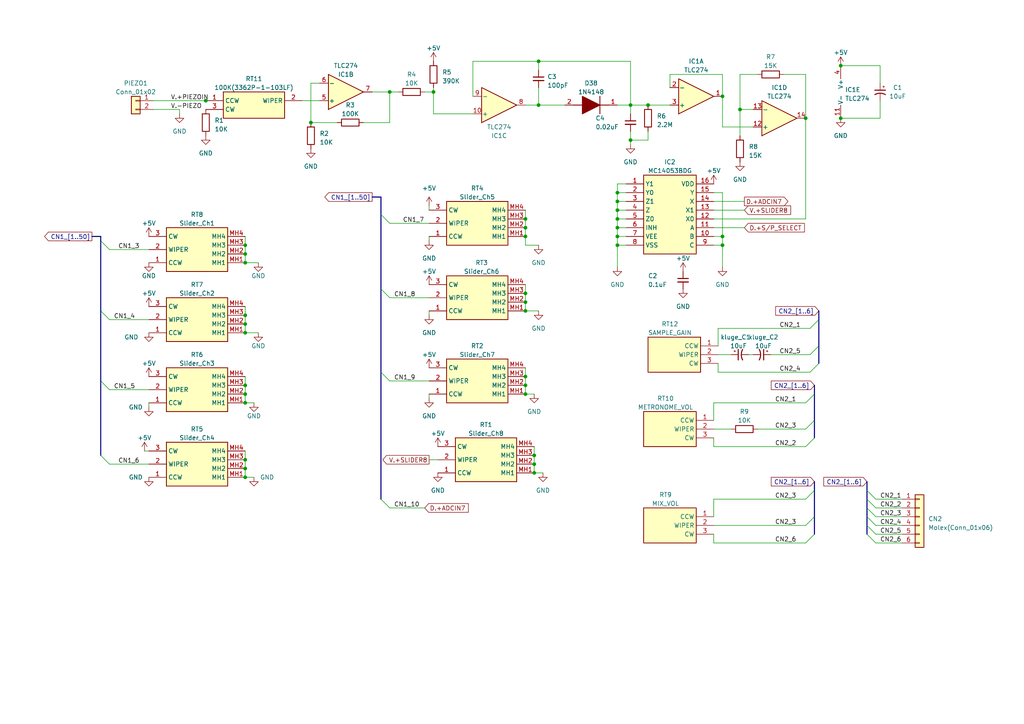
<source format=kicad_sch>
(kicad_sch (version 20230121) (generator eeschema)
  (paper "A4")
  (lib_symbols
    (symbol "Amplifier_Operational:TLC274" (pin_names (offset 0.127))
      (property "Reference" "U" (at 0 5.08 0))
      (property "Value" "TLC274" (at 0 -5.08 0))
      (symbol "TLC274_1_1"
        (polyline (pts (xy -5.08 5.08) (xy 5.08 0) (xy -5.08 -5.08) (xy -5.08 5.08)) (stroke (width 0.254)) (fill (type background)))
        (pin output line (at 7.62 0 180) (length 2.54) (name "~") (number "1"))
        (pin input line (at -7.62 -2.54 0) (length 2.54) (name "-") (number "2"))
        (pin input line (at -7.62 2.54 0) (length 2.54) (name "+") (number "3"))
      )
      (symbol "TLC274_2_1"
        (polyline (pts (xy -5.08 5.08) (xy 5.08 0) (xy -5.08 -5.08) (xy -5.08 5.08)) (stroke (width 0.254)) (fill (type background)))
        (pin input line (at -7.62 2.54 0) (length 2.54) (name "+") (number "5"))
        (pin input line (at -7.62 -2.54 0) (length 2.54) (name "-") (number "6"))
        (pin output line (at 7.62 0 180) (length 2.54) (name "~") (number "7"))
      )
      (symbol "TLC274_3_1"
        (polyline (pts (xy -5.08 5.08) (xy 5.08 0) (xy -5.08 -5.08) (xy -5.08 5.08)) (stroke (width 0.254)) (fill (type background)))
        (pin input line (at -7.62 2.54 0) (length 2.54) (name "+") (number "10"))
        (pin output line (at 7.62 0 180) (length 2.54) (name "~") (number "8"))
        (pin input line (at -7.62 -2.54 0) (length 2.54) (name "-") (number "9"))
      )
      (symbol "TLC274_4_1"
        (polyline (pts (xy -5.08 5.08) (xy 5.08 0) (xy -5.08 -5.08) (xy -5.08 5.08)) (stroke (width 0.254)) (fill (type background)))
        (pin input line (at -7.62 2.54 0) (length 2.54) (name "+") (number "12"))
        (pin input line (at -7.62 -2.54 0) (length 2.54) (name "-") (number "13"))
        (pin output line (at 7.62 0 180) (length 2.54) (name "~") (number "14"))
      )
      (symbol "TLC274_5_1"
        (pin power_in line (at -2.54 -7.62 90) (length 3.81) (name "V-") (number "11"))
        (pin power_in line (at -2.54 7.62 270) (length 3.81) (name "V+") (number "4"))
      )
    )
    (symbol "Connector_Generic:Conn_01x02" (pin_names (offset 1.016) hide)
      (property "Reference" "J" (at 0 2.54 0))
      (property "Value" "Conn_01x02" (at 0 -5.08 0))
      (symbol "Conn_01x02_1_1"
        (rectangle (start -1.27 -2.413) (end 0 -2.667) (stroke (width 0.1524)))
        (rectangle (start -1.27 0.127) (end 0 -0.127) (stroke (width 0.1524)))
        (rectangle (start -1.27 1.27) (end 1.27 -3.81) (stroke (width 0.254)) (fill (type background)))
        (pin passive line (at -5.08 0 0) (length 3.81) (name "Pin_1") (number "1"))
        (pin passive line (at -5.08 -2.54 0) (length 3.81) (name "Pin_2") (number "2"))
      )
    )
    (symbol "Connector_Generic:Conn_01x06" (pin_names (offset 1.016) hide)
      (property "Reference" "J" (at 0 7.62 0))
      (property "Value" "Conn_01x06" (at 0 -10.16 0))
      (symbol "Conn_01x06_1_1"
        (rectangle (start -1.27 -7.493) (end 0 -7.747) (stroke (width 0.1524)))
        (rectangle (start -1.27 -4.953) (end 0 -5.207) (stroke (width 0.1524)))
        (rectangle (start -1.27 -2.413) (end 0 -2.667) (stroke (width 0.1524)))
        (rectangle (start -1.27 0.127) (end 0 -0.127) (stroke (width 0.1524)))
        (rectangle (start -1.27 2.667) (end 0 2.413) (stroke (width 0.1524)))
        (rectangle (start -1.27 5.207) (end 0 4.953) (stroke (width 0.1524)))
        (rectangle (start -1.27 6.35) (end 1.27 -8.89) (stroke (width 0.254)) (fill (type background)))
        (pin passive line (at -5.08 5.08 0) (length 3.81) (name "Pin_1") (number "1"))
        (pin passive line (at -5.08 2.54 0) (length 3.81) (name "Pin_2") (number "2"))
        (pin passive line (at -5.08 0 0) (length 3.81) (name "Pin_3") (number "3"))
        (pin passive line (at -5.08 -2.54 0) (length 3.81) (name "Pin_4") (number "4"))
        (pin passive line (at -5.08 -5.08 0) (length 3.81) (name "Pin_5") (number "5"))
        (pin passive line (at -5.08 -7.62 0) (length 3.81) (name "Pin_6") (number "6"))
      )
    )
    (symbol "Device:C_Polarized_Small_US" (pin_numbers hide) (pin_names (offset 0.254) hide)
      (property "Reference" "C" (at 0.254 1.778 0))
      (property "Value" "C_Polarized_Small_US" (at 0.254 -2.032 0))
      (symbol "C_Polarized_Small_US_0_1"
        (polyline (pts (xy -1.524 0.508) (xy 1.524 0.508)) (stroke (width 0.3048)))
        (polyline (pts (xy -1.27 1.524) (xy -0.762 1.524)))
        (polyline (pts (xy -1.016 1.27) (xy -1.016 1.778)))
        (arc (start 1.524 -0.762) (mid 0 -0.3734) (end -1.524 -0.762) (stroke (width 0.3048)))
      )
      (symbol "C_Polarized_Small_US_1_1"
        (pin passive line (at 0 2.54 270) (length 2.032) (name "~") (number "1"))
        (pin passive line (at 0 -2.54 90) (length 2.032) (name "~") (number "2"))
      )
    )
    (symbol "Device:C_Small" (pin_numbers hide) (pin_names (offset 0.254) hide)
      (property "Reference" "C" (at 0.254 1.778 0))
      (property "Value" "C_Small" (at 0.254 -2.032 0))
      (symbol "C_Small_0_1"
        (polyline (pts (xy -1.524 -0.508) (xy 1.524 -0.508)) (stroke (width 0.3302)))
        (polyline (pts (xy -1.524 0.508) (xy 1.524 0.508)) (stroke (width 0.3048)))
      )
      (symbol "C_Small_1_1"
        (pin passive line (at 0 2.54 270) (length 2.032) (name "~") (number "1"))
        (pin passive line (at 0 -2.54 90) (length 2.032) (name "~") (number "2"))
      )
    )
    (symbol "Device:R" (pin_numbers hide) (pin_names (offset 0))
      (property "Reference" "R" (at 2.032 0 90))
      (property "Value" "R" (at 0 0 90))
      (symbol "R_0_1"
        (rectangle (start -1.016 -2.54) (end 1.016 2.54) (stroke (width 0.254)))
      )
      (symbol "R_1_1"
        (pin passive line (at 0 3.81 270) (length 1.27) (name "~") (number "1"))
        (pin passive line (at 0 -3.81 90) (length 1.27) (name "~") (number "2"))
      )
    )
    (symbol "SamacSys_Parts:1N4148" (pin_names hide)
      (property "Reference" "D" (at 11.43 5.08 0))
      (property "Value" "1N4148" (at 11.43 2.54 0))
      (symbol "1N4148_1_1"
        (polyline (pts (xy 2.54 0) (xy 5.08 0)) (stroke (width 0.254)))
        (polyline (pts (xy 5.08 2.54) (xy 5.08 -2.54)) (stroke (width 0.254)))
        (polyline (pts (xy 10.16 0) (xy 12.7 0)) (stroke (width 0.254)))
        (polyline (pts (xy 5.08 0) (xy 10.16 2.54) (xy 10.16 -2.54) (xy 5.08 0)) (stroke (width 0.254)) (fill (type outline)))
        (pin passive line (at 0 0 0) (length 2.54) (name "K") (number "1"))
        (pin passive line (at 15.24 0 180) (length 2.54) (name "A") (number "2"))
      )
    )
    (symbol "SamacSys_Parts:3362P-1-103LF"
      (property "Reference" "VR" (at 24.13 7.62 0))
      (property "Value" "3362P-1-103LF" (at 24.13 5.08 0))
      (symbol "3362P-1-103LF_1_1"
        (rectangle (start 5.08 2.54) (end 22.86 -5.08) (stroke (width 0.254)) (fill (type background)))
        (pin passive line (at 0 0 0) (length 5.08) (name "CCW") (number "1"))
        (pin passive line (at 27.94 0 180) (length 5.08) (name "WIPER") (number "2"))
        (pin passive line (at 0 -2.54 0) (length 5.08) (name "CW") (number "3"))
      )
    )
    (symbol "SamacSys_Parts:MC14053BDG"
      (property "Reference" "IC" (at 21.59 7.62 0))
      (property "Value" "MC14053BDG" (at 21.59 5.08 0))
      (symbol "MC14053BDG_1_1"
        (rectangle (start 5.08 2.54) (end 20.32 -20.32) (stroke (width 0.254)) (fill (type background)))
        (pin passive line (at 0 0 0) (length 5.08) (name "Y1") (number "1"))
        (pin passive line (at 25.4 -15.24 180) (length 5.08) (name "B") (number "10"))
        (pin passive line (at 25.4 -12.7 180) (length 5.08) (name "A") (number "11"))
        (pin passive line (at 25.4 -10.16 180) (length 5.08) (name "X0") (number "12"))
        (pin passive line (at 25.4 -7.62 180) (length 5.08) (name "X1") (number "13"))
        (pin passive line (at 25.4 -5.08 180) (length 5.08) (name "X") (number "14"))
        (pin passive line (at 25.4 -2.54 180) (length 5.08) (name "Y") (number "15"))
        (pin power_in line (at 25.4 0 180) (length 5.08) (name "VDD") (number "16"))
        (pin passive line (at 0 -2.54 0) (length 5.08) (name "Y0") (number "2"))
        (pin passive line (at 0 -5.08 0) (length 5.08) (name "Z1") (number "3"))
        (pin passive line (at 0 -7.62 0) (length 5.08) (name "Z") (number "4"))
        (pin passive line (at 0 -10.16 0) (length 5.08) (name "Z0") (number "5"))
        (pin input line (at 0 -12.7 0) (length 5.08) (name "INH") (number "6"))
        (pin passive line (at 0 -15.24 0) (length 5.08) (name "VEE") (number "7"))
        (pin power_in line (at 0 -17.78 0) (length 5.08) (name "VSS") (number "8"))
        (pin passive line (at 25.4 -17.78 180) (length 5.08) (name "C") (number "9"))
      )
    )
    (symbol "SamacSys_Parts:PTA2043-2015DPB103"
      (property "Reference" "VR" (at 3.81 15.24 0))
      (property "Value" "PTA2043-2015DPB103" (at 3.81 12.7 0))
      (symbol "PTA2043-2015DPB103_1_1"
        (rectangle (start 5.08 10.16) (end 22.86 -2.54) (stroke (width 0.254)) (fill (type background)))
        (pin passive line (at 0 7.62 0) (length 5.08) (name "CCW") (number "1"))
        (pin passive line (at 0 3.81 0) (length 5.08) (name "WIPER") (number "2"))
        (pin passive line (at 0 0 0) (length 5.08) (name "CW") (number "3"))
        (pin passive line (at 27.94 7.62 180) (length 5.08) (name "MH1") (number "MH1"))
        (pin passive line (at 27.94 5.08 180) (length 5.08) (name "MH2") (number "MH2"))
        (pin passive line (at 27.94 2.54 180) (length 5.08) (name "MH3") (number "MH3"))
        (pin passive line (at 27.94 0 180) (length 5.08) (name "MH4") (number "MH4"))
      )
    )
    (symbol "SamacSys_Parts:TSR-3386T-EY5-103TR"
      (property "Reference" "VR" (at 21.59 7.62 0))
      (property "Value" "TSR-3386T-EY5-103TR" (at 21.59 5.08 0))
      (symbol "TSR-3386T-EY5-103TR_1_1"
        (rectangle (start 5.08 2.54) (end 20.32 -7.62) (stroke (width 0.254)) (fill (type background)))
        (pin passive line (at 0 0 0) (length 5.08) (name "CCW") (number "1"))
        (pin passive line (at 0 -2.54 0) (length 5.08) (name "WIPER") (number "2"))
        (pin passive line (at 0 -5.08 0) (length 5.08) (name "CW") (number "3"))
      )
    )
    (symbol "power:+5V" (power) (pin_names (offset 0))
      (property "Value" "+5V" (at 0 3.556 0))
      (symbol "+5V_0_1"
        (polyline (pts (xy -0.762 1.27) (xy 0 2.54)))
        (polyline (pts (xy 0 0) (xy 0 2.54)))
        (polyline (pts (xy 0 2.54) (xy 0.762 1.27)))
      )
      (symbol "+5V_1_1"
        (pin power_in line (at 0 0 90) (length 0) hide (name "+5V") (number "1"))
      )
    )
    (symbol "power:GND" (power) (pin_names (offset 0))
      (property "Value" "GND" (at 0 -3.81 0))
      (symbol "GND_0_1"
        (polyline (pts (xy 0 0) (xy 0 -1.27) (xy 1.27 -1.27) (xy 0 -2.54) (xy -1.27 -1.27) (xy 0 -1.27)))
      )
      (symbol "GND_1_1"
        (pin power_in line (at 0 0 270) (length 0) hide (name "GND") (number "1"))
      )
    )
  )
  (junction (at 179.07 58.42))
  (junction (at 125.73 26.67))
  (junction (at 156.21 30.48))
  (junction (at 179.07 63.5))
  (junction (at 179.07 55.88))
  (junction (at 154.94 137.16))
  (junction (at 71.12 116.84))
  (junction (at 179.07 60.96))
  (junction (at 179.07 71.12))
  (junction (at 214.63 31.75))
  (junction (at 154.94 134.62))
  (junction (at 209.55 71.12))
  (junction (at 152.4 63.5))
  (junction (at 59.69 29.21))
  (junction (at 179.07 66.04))
  (junction (at 156.21 17.78))
  (junction (at 152.4 114.3))
  (junction (at 152.4 111.76))
  (junction (at 182.88 30.48))
  (junction (at 187.96 30.48))
  (junction (at 152.4 87.63))
  (junction (at 71.12 71.12))
  (junction (at 209.55 27.94))
  (junction (at 152.4 68.58))
  (junction (at 243.84 19.05))
  (junction (at 90.17 35.56))
  (junction (at 71.12 133.35))
  (junction (at 71.12 91.44))
  (junction (at 71.12 93.98))
  (junction (at 154.94 132.08))
  (junction (at 182.88 40.64))
  (junction (at 152.4 85.09))
  (junction (at 71.12 111.76))
  (junction (at 71.12 96.52))
  (junction (at 113.03 26.67))
  (junction (at 71.12 138.43))
  (junction (at 152.4 90.17))
  (junction (at 71.12 76.2))
  (junction (at 233.68 34.29))
  (junction (at 71.12 135.89))
  (junction (at 243.84 34.29))
  (junction (at 152.4 109.22))
  (junction (at 71.12 114.3))
  (junction (at 179.07 68.58))
  (junction (at 71.12 73.66))
  (junction (at 209.55 68.58))
  (junction (at 152.4 66.04))
  (bus_entry (at 31.75 72.39) (size -2.54 -2.54))
  (bus_entry (at 254 154.94) (size -2.54 -2.54))
  (bus_entry (at 254 157.48) (size -2.54 -2.54))
  (bus_entry (at 233.68 144.78) (size 2.54 -2.54))
  (bus_entry (at 31.75 113.03) (size -2.54 -2.54))
  (bus_entry (at 233.68 129.54) (size 2.54 -2.54))
  (bus_entry (at 234.95 95.25) (size 2.54 -2.54))
  (bus_entry (at 113.03 110.49) (size -2.54 -2.54))
  (bus_entry (at 113.03 86.36) (size -2.54 -2.54))
  (bus_entry (at 254 144.78) (size -2.54 -2.54))
  (bus_entry (at 31.75 92.71) (size -2.54 -2.54))
  (bus_entry (at 113.03 64.77) (size -2.54 -2.54))
  (bus_entry (at 234.95 107.95) (size 2.54 -2.54))
  (bus_entry (at 234.95 102.87) (size 2.54 -2.54))
  (bus_entry (at 254 152.4) (size -2.54 -2.54))
  (bus_entry (at 254 149.86) (size -2.54 -2.54))
  (bus_entry (at 233.68 152.4) (size 2.54 -2.54))
  (bus_entry (at 233.68 157.48) (size 2.54 -2.54))
  (bus_entry (at 233.68 124.46) (size 2.54 -2.54))
  (bus_entry (at 31.75 134.62) (size -2.54 -2.54))
  (bus_entry (at 233.68 116.84) (size 2.54 -2.54))
  (bus_entry (at 254 147.32) (size -2.54 -2.54))
  (bus_entry (at 113.03 147.32) (size -2.54 -2.54))
  (wire (pts (xy 207.01 157.48) (xy 233.68 157.48)))
  (wire (pts (xy 179.07 68.58) (xy 179.07 71.12)))
  (wire (pts (xy 179.07 58.42) (xy 181.61 58.42)))
  (wire (pts (xy 208.28 95.25) (xy 208.28 100.33)))
  (wire (pts (xy 233.68 34.29) (xy 233.68 63.5)))
  (wire (pts (xy 125.73 33.02) (xy 137.16 33.02)))
  (wire (pts (xy 31.75 113.03) (xy 43.18 113.03)))
  (wire (pts (xy 59.69 29.21) (xy 64.77 29.21)))
  (wire (pts (xy 214.63 21.59) (xy 214.63 31.75)))
  (wire (pts (xy 179.07 66.04) (xy 181.61 66.04)))
  (wire (pts (xy 90.17 24.13) (xy 90.17 35.56)))
  (wire (pts (xy 187.96 40.64) (xy 182.88 40.64)))
  (wire (pts (xy 113.03 110.49) (xy 124.46 110.49)))
  (wire (pts (xy 207.01 55.88) (xy 209.55 55.88)))
  (wire (pts (xy 207.01 154.94) (xy 207.01 157.48)))
  (wire (pts (xy 152.4 71.12) (xy 152.4 68.58)))
  (wire (pts (xy 207.01 144.78) (xy 233.68 144.78)))
  (wire (pts (xy 254 152.4) (xy 261.62 152.4)))
  (wire (pts (xy 115.57 26.67) (xy 113.03 26.67)))
  (wire (pts (xy 71.12 111.76) (xy 71.12 114.3)))
  (wire (pts (xy 105.41 35.56) (xy 113.03 35.56)))
  (wire (pts (xy 179.07 63.5) (xy 181.61 63.5)))
  (bus (pts (xy 110.49 83.82) (xy 110.49 107.95)))
  (wire (pts (xy 219.71 124.46) (xy 233.68 124.46)))
  (wire (pts (xy 152.4 109.22) (xy 152.4 106.68)))
  (bus (pts (xy 236.22 149.86) (xy 236.22 154.94)))
  (wire (pts (xy 215.9 58.42) (xy 207.01 58.42)))
  (wire (pts (xy 207.01 116.84) (xy 207.01 121.92)))
  (wire (pts (xy 90.17 35.56) (xy 97.79 35.56)))
  (wire (pts (xy 255.27 29.21) (xy 255.27 34.29)))
  (wire (pts (xy 208.28 95.25) (xy 234.95 95.25)))
  (bus (pts (xy 29.21 68.58) (xy 29.21 69.85)))
  (wire (pts (xy 219.71 21.59) (xy 214.63 21.59)))
  (wire (pts (xy 71.12 91.44) (xy 71.12 93.98)))
  (wire (pts (xy 182.88 30.48) (xy 187.96 30.48)))
  (bus (pts (xy 29.21 69.85) (xy 29.21 90.17)))
  (wire (pts (xy 71.12 76.2) (xy 74.93 76.2)))
  (bus (pts (xy 236.22 114.3) (xy 236.22 121.92)))
  (wire (pts (xy 207.01 116.84) (xy 233.68 116.84)))
  (wire (pts (xy 157.48 137.16) (xy 154.94 137.16)))
  (bus (pts (xy 251.46 142.24) (xy 251.46 144.78)))
  (bus (pts (xy 236.22 142.24) (xy 236.22 149.86)))
  (wire (pts (xy 209.55 68.58) (xy 209.55 71.12)))
  (wire (pts (xy 127 133.35) (xy 124.46 133.35)))
  (wire (pts (xy 209.55 21.59) (xy 194.31 21.59)))
  (wire (pts (xy 71.12 135.89) (xy 71.12 138.43)))
  (bus (pts (xy 26.67 68.58) (xy 29.21 68.58)))
  (wire (pts (xy 71.12 68.58) (xy 71.12 71.12)))
  (wire (pts (xy 156.21 90.17) (xy 152.4 90.17)))
  (wire (pts (xy 156.21 30.48) (xy 163.83 30.48)))
  (wire (pts (xy 43.18 72.39) (xy 31.75 72.39)))
  (wire (pts (xy 156.21 30.48) (xy 156.21 25.4)))
  (wire (pts (xy 209.55 55.88) (xy 209.55 68.58)))
  (wire (pts (xy 113.03 35.56) (xy 113.03 26.67)))
  (wire (pts (xy 71.12 73.66) (xy 71.12 76.2)))
  (wire (pts (xy 156.21 71.12) (xy 152.4 71.12)))
  (wire (pts (xy 187.96 38.1) (xy 187.96 40.64)))
  (wire (pts (xy 254 147.32) (xy 261.62 147.32)))
  (wire (pts (xy 208.28 105.41) (xy 208.28 107.95)))
  (wire (pts (xy 209.55 71.12) (xy 207.01 71.12)))
  (wire (pts (xy 179.07 71.12) (xy 181.61 71.12)))
  (wire (pts (xy 71.12 130.81) (xy 71.12 133.35)))
  (wire (pts (xy 124.46 68.58) (xy 124.46 69.85)))
  (wire (pts (xy 71.12 138.43) (xy 73.66 138.43)))
  (wire (pts (xy 154.94 132.08) (xy 154.94 129.54)))
  (wire (pts (xy 44.45 29.21) (xy 59.69 29.21)))
  (wire (pts (xy 179.07 30.48) (xy 182.88 30.48)))
  (wire (pts (xy 73.66 116.84) (xy 71.12 116.84)))
  (wire (pts (xy 152.4 63.5) (xy 152.4 60.96)))
  (wire (pts (xy 44.45 31.75) (xy 52.07 31.75)))
  (wire (pts (xy 233.68 21.59) (xy 227.33 21.59)))
  (bus (pts (xy 251.46 147.32) (xy 251.46 149.86)))
  (wire (pts (xy 152.4 68.58) (xy 152.4 66.04)))
  (wire (pts (xy 218.44 31.75) (xy 214.63 31.75)))
  (wire (pts (xy 31.75 92.71) (xy 43.18 92.71)))
  (wire (pts (xy 71.12 93.98) (xy 71.12 96.52)))
  (wire (pts (xy 181.61 68.58) (xy 179.07 68.58)))
  (bus (pts (xy 110.49 62.23) (xy 110.49 83.82)))
  (bus (pts (xy 236.22 139.7) (xy 236.22 142.24)))
  (wire (pts (xy 215.9 60.96) (xy 207.01 60.96)))
  (bus (pts (xy 29.21 90.17) (xy 29.21 110.49)))
  (wire (pts (xy 124.46 59.69) (xy 124.46 60.96)))
  (wire (pts (xy 137.16 17.78) (xy 156.21 17.78)))
  (wire (pts (xy 71.12 133.35) (xy 71.12 135.89)))
  (wire (pts (xy 207.01 152.4) (xy 233.68 152.4)))
  (wire (pts (xy 179.07 55.88) (xy 179.07 53.34)))
  (wire (pts (xy 123.19 26.67) (xy 125.73 26.67)))
  (wire (pts (xy 71.12 71.12) (xy 71.12 73.66)))
  (wire (pts (xy 152.4 111.76) (xy 152.4 109.22)))
  (wire (pts (xy 113.03 64.77) (xy 124.46 64.77)))
  (wire (pts (xy 179.07 66.04) (xy 179.07 63.5)))
  (wire (pts (xy 43.18 116.84) (xy 43.18 118.11)))
  (bus (pts (xy 236.22 111.76) (xy 236.22 114.3)))
  (wire (pts (xy 92.71 24.13) (xy 90.17 24.13)))
  (wire (pts (xy 207.01 129.54) (xy 233.68 129.54)))
  (wire (pts (xy 41.91 130.81) (xy 43.18 130.81)))
  (wire (pts (xy 208.28 102.87) (xy 212.09 102.87)))
  (wire (pts (xy 209.55 27.94) (xy 209.55 21.59)))
  (wire (pts (xy 71.12 109.22) (xy 71.12 111.76)))
  (wire (pts (xy 113.03 86.36) (xy 124.46 86.36)))
  (bus (pts (xy 110.49 107.95) (xy 110.49 144.78)))
  (wire (pts (xy 71.12 88.9) (xy 71.12 91.44)))
  (wire (pts (xy 113.03 26.67) (xy 107.95 26.67)))
  (wire (pts (xy 207.01 68.58) (xy 209.55 68.58)))
  (wire (pts (xy 209.55 36.83) (xy 209.55 27.94)))
  (bus (pts (xy 237.49 90.17) (xy 237.49 92.71)))
  (wire (pts (xy 254 157.48) (xy 261.62 157.48)))
  (wire (pts (xy 182.88 17.78) (xy 156.21 17.78)))
  (wire (pts (xy 214.63 31.75) (xy 214.63 39.37)))
  (wire (pts (xy 194.31 21.59) (xy 194.31 25.4)))
  (wire (pts (xy 233.68 34.29) (xy 233.68 21.59)))
  (wire (pts (xy 179.07 53.34) (xy 181.61 53.34)))
  (wire (pts (xy 152.4 114.3) (xy 152.4 111.76)))
  (wire (pts (xy 179.07 60.96) (xy 181.61 60.96)))
  (bus (pts (xy 251.46 152.4) (xy 251.46 154.94)))
  (wire (pts (xy 152.4 87.63) (xy 152.4 85.09)))
  (wire (pts (xy 207.01 124.46) (xy 212.09 124.46)))
  (wire (pts (xy 254 154.94) (xy 261.62 154.94)))
  (wire (pts (xy 182.88 30.48) (xy 182.88 33.02)))
  (wire (pts (xy 179.07 68.58) (xy 179.07 66.04)))
  (wire (pts (xy 208.28 107.95) (xy 234.95 107.95)))
  (bus (pts (xy 251.46 144.78) (xy 251.46 147.32)))
  (bus (pts (xy 236.22 121.92) (xy 236.22 127)))
  (wire (pts (xy 217.17 102.87) (xy 218.44 102.87)))
  (wire (pts (xy 255.27 19.05) (xy 243.84 19.05)))
  (wire (pts (xy 124.46 114.3) (xy 124.46 115.57)))
  (wire (pts (xy 52.07 33.02) (xy 52.07 31.75)))
  (wire (pts (xy 254 149.86) (xy 261.62 149.86)))
  (wire (pts (xy 182.88 38.1) (xy 182.88 40.64)))
  (wire (pts (xy 182.88 40.64) (xy 182.88 41.91)))
  (bus (pts (xy 251.46 139.7) (xy 251.46 142.24)))
  (wire (pts (xy 152.4 90.17) (xy 152.4 87.63)))
  (wire (pts (xy 223.52 102.87) (xy 234.95 102.87)))
  (wire (pts (xy 152.4 66.04) (xy 152.4 63.5)))
  (wire (pts (xy 179.07 63.5) (xy 179.07 60.96)))
  (wire (pts (xy 209.55 77.47) (xy 209.55 71.12)))
  (bus (pts (xy 237.49 92.71) (xy 237.49 100.33)))
  (wire (pts (xy 74.93 96.52) (xy 71.12 96.52)))
  (wire (pts (xy 179.07 55.88) (xy 181.61 55.88)))
  (wire (pts (xy 179.07 58.42) (xy 179.07 55.88)))
  (wire (pts (xy 71.12 114.3) (xy 71.12 116.84)))
  (wire (pts (xy 92.71 29.21) (xy 87.63 29.21)))
  (wire (pts (xy 154.94 134.62) (xy 154.94 132.08)))
  (wire (pts (xy 215.9 66.04) (xy 207.01 66.04)))
  (wire (pts (xy 179.07 60.96) (xy 179.07 58.42)))
  (wire (pts (xy 125.73 26.67) (xy 125.73 25.4)))
  (bus (pts (xy 251.46 149.86) (xy 251.46 152.4)))
  (wire (pts (xy 152.4 30.48) (xy 156.21 30.48)))
  (wire (pts (xy 255.27 34.29) (xy 243.84 34.29)))
  (wire (pts (xy 156.21 17.78) (xy 156.21 20.32)))
  (wire (pts (xy 154.94 137.16) (xy 154.94 134.62)))
  (wire (pts (xy 207.01 144.78) (xy 207.01 149.86)))
  (wire (pts (xy 233.68 63.5) (xy 207.01 63.5)))
  (wire (pts (xy 255.27 24.13) (xy 255.27 19.05)))
  (wire (pts (xy 125.73 26.67) (xy 125.73 33.02)))
  (wire (pts (xy 179.07 77.47) (xy 179.07 71.12)))
  (bus (pts (xy 29.21 110.49) (xy 29.21 132.08)))
  (wire (pts (xy 254 144.78) (xy 261.62 144.78)))
  (wire (pts (xy 187.96 30.48) (xy 194.31 30.48)))
  (bus (pts (xy 237.49 100.33) (xy 237.49 105.41)))
  (wire (pts (xy 152.4 85.09) (xy 152.4 82.55)))
  (wire (pts (xy 207.01 127) (xy 207.01 129.54)))
  (wire (pts (xy 43.18 134.62) (xy 31.75 134.62)))
  (wire (pts (xy 124.46 90.17) (xy 124.46 91.44)))
  (bus (pts (xy 110.49 57.15) (xy 110.49 62.23)))
  (wire (pts (xy 137.16 27.94) (xy 137.16 17.78)))
  (wire (pts (xy 154.94 114.3) (xy 152.4 114.3)))
  (wire (pts (xy 209.55 36.83) (xy 218.44 36.83)))
  (wire (pts (xy 182.88 17.78) (xy 182.88 30.48)))
  (wire (pts (xy 113.03 147.32) (xy 123.19 147.32)))
  (bus (pts (xy 107.95 57.15) (xy 110.49 57.15)))
  (label "CN2_2" (at 255.27 147.32 0))
  (label "CN1_7" (at 116.84 64.77 0))
  (label "CN2_1" (at 224.79 116.84 0))
  (label "CN2_2" (at 224.79 129.54 0))
  (label "CN1_5" (at 33.02 113.03 0))
  (label "CN1_9" (at 114.3 110.49 0))
  (label "CN2_5" (at 255.27 154.94 0))
  (label "V.-PIEZO" (at 49.53 31.75 0))
  (label "CN1_8" (at 114.3 86.36 0))
  (label "CN1_3" (at 34.29 72.39 0))
  (label "CN2_5" (at 226.06 102.87 0))
  (label "V.+PIEZOIN" (at 49.53 29.21 0))
  (label "CN1_10" (at 114.3 147.32 0))
  (label "CN2_4" (at 226.06 107.95 0))
  (label "CN1_6" (at 34.29 134.62 0))
  (label "CN2_1" (at 255.27 144.78 0))
  (label "CN1_4" (at 33.02 92.71 0))
  (label "CN2_4" (at 255.27 152.4 0))
  (label "CN2_3" (at 224.79 144.78 0))
  (label "CN2_6" (at 224.79 157.48 0))
  (label "CN2_1" (at 226.06 95.25 0))
  (label "CN2_3" (at 224.79 152.4 0))
  (label "CN2_3" (at 255.27 149.86 0))
  (label "CN2_3" (at 224.79 124.46 0))
  (label "CN2_6" (at 255.27 157.48 0))
  (global_label "CN2_[1..6]" (shape input) (at 251.46 139.7 180) (property "Intersheetrefs" "${INTERSHEET_REFS}" (effects hide)))
  (global_label "CN1_[1..50]" (shape output) (at 26.67 68.58 180) (property "Intersheetrefs" "${INTERSHEET_REFS}" (effects hide)))
  (global_label "V.+SLIDER8" (shape output) (at 124.46 133.35 180) (property "Intersheetrefs" "${INTERSHEET_REFS}" (effects hide)))
  (global_label "CN2_[1..6]" (shape input) (at 236.22 139.7 180) (property "Intersheetrefs" "${INTERSHEET_REFS}" (effects hide)))
  (global_label "D.+S{slash}P_SELECT" (shape input) (at 215.9 66.04 0) (property "Intersheetrefs" "${INTERSHEET_REFS}" (effects hide)))
  (global_label "CN1_[1..50]" (shape output) (at 107.95 57.15 180) (property "Intersheetrefs" "${INTERSHEET_REFS}" (effects hide)))
  (global_label "CN2_[1..6]" (shape input) (at 237.49 90.17 180) (property "Intersheetrefs" "${INTERSHEET_REFS}" (effects hide)))
  (global_label "V.+SLIDER8" (shape input) (at 215.9 60.96 0) (property "Intersheetrefs" "${INTERSHEET_REFS}" (effects hide)))
  (global_label "CN2_[1..6]" (shape input) (at 236.22 111.76 180) (property "Intersheetrefs" "${INTERSHEET_REFS}" (effects hide)))
  (global_label "D.+ADCIN7" (shape output) (at 215.9 58.42 0) (property "Intersheetrefs" "${INTERSHEET_REFS}" (effects hide)))
  (global_label "D.+ADCIN7" (shape input) (at 123.19 147.32 0) (property "Intersheetrefs" "${INTERSHEET_REFS}" (effects hide)))
  (symbol (lib_id "power:GND") (at 74.93 96.52 0) (unit 1)
    (property "Reference" "#PWR025" (effects hide))
    (property "Value" "GND" (at 74.93 100.33 0))
  )
  (symbol (lib_id "SamacSys_Parts:PTA2043-2015DPB103") (at 43.18 88.9 0) (mirror x) (unit 1)
    (property "Reference" "RT7" (at 57.15 82.55 0))
    (property "Value" "Slider_Ch2" (at 57.15 85.09 0))
    (property "Footprint" "SamacSys_Parts:PTA20432015DPB103" (effects hide))
    (property "Datasheet" "https://www.bourns.com/docs/Product-Datasheets/pta.pdf" (effects hide))
    (property "Height" "21.5" (effects hide))
    (property "Manufacturer_Name" "Bourns" (effects hide))
    (property "Manufacturer_Part_Number" "PTA2043-2015DPB103" (effects hide))
    (property "Mouser Part Number" "652-PTA2432015DPB103" (effects hide))
    (property "Mouser Price/Stock" "https://www.mouser.co.uk/ProductDetail/Bourns/PTA2043-2015DPB103?qs=QARuOjD9jaHVomDgNkHAng%3D%3D" (effects hide))
    (property "Arrow Part Number" "PTA2043-2015DPB103" (effects hide))
    (property "Arrow Price/Stock" "https://www.arrow.com/en/products/pta2043-2015dpb103/bourns?region=nac" (effects hide))
  )
  (symbol (lib_id "power:GND") (at 182.88 41.91 0) (unit 1)
    (property "Reference" "#PWR039" (effects hide))
    (property "Value" "GND" (at 182.88 46.99 0))
  )
  (symbol (lib_id "SamacSys_Parts:PTA2043-2015DPB103") (at 43.18 68.58 0) (mirror x) (unit 1)
    (property "Reference" "RT8" (at 57.15 62.23 0))
    (property "Value" "Slider_Ch1" (at 57.15 64.77 0))
    (property "Footprint" "SamacSys_Parts:PTA20432015DPB103" (effects hide))
    (property "Datasheet" "https://www.bourns.com/docs/Product-Datasheets/pta.pdf" (effects hide))
    (property "Height" "21.5" (effects hide))
    (property "Manufacturer_Name" "Bourns" (effects hide))
    (property "Manufacturer_Part_Number" "PTA2043-2015DPB103" (effects hide))
    (property "Mouser Part Number" "652-PTA2432015DPB103" (effects hide))
    (property "Mouser Price/Stock" "https://www.mouser.co.uk/ProductDetail/Bourns/PTA2043-2015DPB103?qs=QARuOjD9jaHVomDgNkHAng%3D%3D" (effects hide))
    (property "Arrow Part Number" "PTA2043-2015DPB103" (effects hide))
    (property "Arrow Price/Stock" "https://www.arrow.com/en/products/pta2043-2015dpb103/bourns?region=nac" (effects hide))
  )
  (symbol (lib_id "Device:R") (at 119.38 26.67 270) (unit 1)
    (property "Reference" "R4" (at 119.38 21.59 90))
    (property "Value" "10K" (at 119.38 24.13 90))
    (property "Footprint" "Resistor_THT:R_Axial_DIN0207_L6.3mm_D2.5mm_P5.08mm_Vertical" (effects hide))
  )
  (symbol (lib_id "power:+5V") (at 198.12 78.74 0) (unit 1)
    (property "Reference" "#PWR056" (effects hide))
    (property "Value" "+5V" (at 198.12 74.93 0))
  )
  (symbol (lib_id "SamacSys_Parts:TSR-3386T-EY5-103TR") (at 207.01 149.86 0) (mirror y) (unit 1)
    (property "Reference" "RT9" (at 193.04 143.51 0))
    (property "Value" "MIX_VOL" (at 193.04 146.05 0))
    (property "Footprint" "SamacSys_Parts:TSR3386TEY5103TR" (effects hide))
    (property "Datasheet" "https://akizukidenshi.com/download/ds/suntan/tsr-3386.pdf" (effects hide))
    (property "Height" "4.83" (effects hide))
    (property "Manufacturer_Name" "Suntan Technology" (effects hide))
    (property "Manufacturer_Part_Number" "TSR-3386T-EY5-103TR" (effects hide))
  )
  (symbol (lib_id "power:GND") (at 124.46 91.44 0) (unit 1)
    (property "Reference" "#PWR029" (effects hide))
    (property "Value" "GND" (at 124.46 96.52 0))
  )
  (symbol (lib_id "power:GND") (at 243.84 34.29 0) (unit 1)
    (property "Reference" "#PWR041" (effects hide))
    (property "Value" "GND" (at 243.84 39.37 0))
  )
  (symbol (lib_id "SamacSys_Parts:PTA2043-2015DPB103") (at 124.46 106.68 0) (mirror x) (unit 1)
    (property "Reference" "RT2" (at 138.43 100.33 0))
    (property "Value" "Slider_Ch7" (at 138.43 102.87 0))
    (property "Footprint" "SamacSys_Parts:PTA20432015DPB103" (effects hide))
    (property "Datasheet" "https://www.bourns.com/docs/Product-Datasheets/pta.pdf" (effects hide))
    (property "Height" "21.5" (effects hide))
    (property "Manufacturer_Name" "Bourns" (effects hide))
    (property "Manufacturer_Part_Number" "PTA2043-2015DPB103" (effects hide))
    (property "Mouser Part Number" "652-PTA2432015DPB103" (effects hide))
    (property "Mouser Price/Stock" "https://www.mouser.co.uk/ProductDetail/Bourns/PTA2043-2015DPB103?qs=QARuOjD9jaHVomDgNkHAng%3D%3D" (effects hide))
    (property "Arrow Part Number" "PTA2043-2015DPB103" (effects hide))
    (property "Arrow Price/Stock" "https://www.arrow.com/en/products/pta2043-2015dpb103/bourns?region=nac" (effects hide))
  )
  (symbol (lib_id "power:GND") (at 43.18 138.43 0) (unit 1)
    (property "Reference" "#PWR023" (effects hide))
    (property "Value" "GND" (at 39.37 138.43 0))
  )
  (symbol (lib_id "power:GND") (at 43.18 96.52 0) (unit 1)
    (property "Reference" "#PWR019" (effects hide))
    (property "Value" "GND" (at 38.1 97.79 0))
  )
  (symbol (lib_id "power:GND") (at 43.18 76.2 0) (unit 1)
    (property "Reference" "#PWR017" (effects hide))
    (property "Value" "GND" (at 43.18 80.01 0))
  )
  (symbol (lib_id "power:GND") (at 73.66 138.43 0) (unit 1)
    (property "Reference" "#PWR027" (effects hide))
    (property "Value" "GND" (at 77.47 138.43 0))
  )
  (symbol (lib_id "SamacSys_Parts:3362P-1-103LF") (at 59.69 29.21 0) (unit 1)
    (property "Reference" "RT11" (at 73.66 22.86 0))
    (property "Value" "100K(3362P-1-103LF)" (at 73.66 25.4 0))
    (property "Footprint" "SamacSys_Parts:3362P_1" (effects hide))
    (property "Datasheet" "https://datasheet.datasheetarchive.com/originals/distributors/SFDatasheet-6/sf-000139931.pdf" (effects hide))
    (property "Manufacturer_Name" "Bourns" (effects hide))
    (property "Manufacturer_Part_Number" "3362P-1-103LF" (effects hide))
    (property "Mouser Part Number" "652-3362P-1-103LF" (effects hide))
    (property "Mouser Price/Stock" "https://www.mouser.co.uk/ProductDetail/Bourns/3362P-1-103LF?qs=tS7CBNq%252BQ07BavGNEQud%252BA%3D%3D" (effects hide))
    (property "Arrow Part Number" "3362P-1-103LF" (effects hide))
    (property "Arrow Price/Stock" "https://www.arrow.com/en/products/3362p-1-103lf/bourns?region=europe" (effects hide))
  )
  (symbol (lib_id "Device:C_Polarized_Small_US") (at 214.63 102.87 90) (mirror x) (unit 1)
    (property "Reference" "kluge_C1" (at 213.36 97.79 90))
    (property "Value" "10uF" (at 214.1982 100.33 90))
    (property "Footprint" "Capacitor_THT:CP_Radial_D5.0mm_P2.50mm" (effects hide))
  )
  (symbol (lib_id "power:GND") (at 124.46 69.85 0) (unit 1)
    (property "Reference" "#PWR066" (effects hide))
    (property "Value" "GND" (at 124.46 74.93 0))
  )
  (symbol (lib_id "power:+5V") (at 41.91 130.81 0) (unit 1)
    (property "Reference" "#PWR021" (effects hide))
    (property "Value" "+5V" (at 41.91 127 0))
  )
  (symbol (lib_id "power:+5V") (at 124.46 59.69 0) (unit 1)
    (property "Reference" "#PWR058" (effects hide))
    (property "Value" "+5V" (at 124.46 54.61 0))
  )
  (symbol (lib_id "Device:C_Small") (at 182.88 35.56 0) (unit 1)
    (property "Reference" "C4" (at 172.72 34.29 0) (effects (justify left)))
    (property "Value" "0.02uF" (at 172.72 36.83 0) (effects (justify left)))
    (property "Footprint" "Capacitor_THT:C_Rect_L7.0mm_W3.5mm_P5.00mm" (effects hide))
  )
  (symbol (lib_id "power:+5V") (at 127 129.54 0) (unit 1)
    (property "Reference" "#PWR061" (effects hide))
    (property "Value" "+5V" (at 127 125.73 0))
  )
  (symbol (lib_id "Device:R") (at 125.73 21.59 180) (unit 1)
    (property "Reference" "R5" (at 128.27 20.955 0) (effects (justify right)))
    (property "Value" "390K" (at 128.27 23.495 0) (effects (justify right)))
    (property "Footprint" "Resistor_THT:R_Axial_DIN0207_L6.3mm_D2.5mm_P5.08mm_Vertical" (effects hide))
  )
  (symbol (lib_id "Device:C_Small") (at 198.12 81.28 0) (unit 1)
    (property "Reference" "C2" (at 187.96 80.01 0) (effects (justify left)))
    (property "Value" "0.1uF" (at 187.96 82.55 0) (effects (justify left)))
    (property "Footprint" "Capacitor_THT:C_Rect_L7.0mm_W2.0mm_P5.00mm" (effects hide))
  )
  (symbol (lib_id "Connector_Generic:Conn_01x02") (at 39.37 29.21 0) (mirror y) (unit 1)
    (property "Reference" "PIEZO1" (at 39.37 24.13 0))
    (property "Value" "Conn_01x02" (at 39.37 26.67 0))
    (property "Footprint" "Connector_PinHeader_2.54mm:PinHeader_1x02_P2.54mm_Vertical" (effects hide))
  )
  (symbol (lib_id "Amplifier_Operational:TLC274") (at 144.78 30.48 0) (mirror x) (unit 3)
    (property "Reference" "IC1" (at 144.78 39.37 0))
    (property "Value" "TLC274" (at 144.78 36.83 0))
    (property "Footprint" "Package_DIP:DIP-14_W7.62mm_LongPads" (effects hide))
    (property "Datasheet" "http://www.ti.com/lit/ds/symlink/tlc274.pdf" (effects hide))
  )
  (symbol (lib_id "power:+5V") (at 124.46 82.55 0) (unit 1)
    (property "Reference" "#PWR059" (effects hide))
    (property "Value" "+5V" (at 124.46 78.74 0))
  )
  (symbol (lib_id "power:GND") (at 209.55 77.47 0) (unit 1)
    (property "Reference" "#PWR045" (effects hide))
    (property "Value" "GND" (at 209.55 82.55 0))
  )
  (symbol (lib_id "power:GND") (at 156.21 71.12 0) (unit 1)
    (property "Reference" "#PWR028" (effects hide))
    (property "Value" "GND" (at 156.21 76.2 0))
  )
  (symbol (lib_id "power:+5V") (at 43.18 109.22 0) (unit 1)
    (property "Reference" "#PWR020" (effects hide))
    (property "Value" "+5V" (at 43.18 105.41 0))
  )
  (symbol (lib_id "SamacSys_Parts:PTA2043-2015DPB103") (at 43.18 130.81 0) (mirror x) (unit 1)
    (property "Reference" "RT5" (at 57.15 124.46 0))
    (property "Value" "Slider_Ch4" (at 57.15 127 0))
    (property "Footprint" "SamacSys_Parts:PTA20432015DPB103" (effects hide))
    (property "Datasheet" "https://www.bourns.com/docs/Product-Datasheets/pta.pdf" (effects hide))
    (property "Height" "21.5" (effects hide))
    (property "Manufacturer_Name" "Bourns" (effects hide))
    (property "Manufacturer_Part_Number" "PTA2043-2015DPB103" (effects hide))
    (property "Mouser Part Number" "652-PTA2432015DPB103" (effects hide))
    (property "Mouser Price/Stock" "https://www.mouser.co.uk/ProductDetail/Bourns/PTA2043-2015DPB103?qs=QARuOjD9jaHVomDgNkHAng%3D%3D" (effects hide))
    (property "Arrow Part Number" "PTA2043-2015DPB103" (effects hide))
    (property "Arrow Price/Stock" "https://www.arrow.com/en/products/pta2043-2015dpb103/bourns?region=nac" (effects hide))
  )
  (symbol (lib_id "power:GND") (at 154.94 114.3 0) (unit 1)
    (property "Reference" "#PWR031" (effects hide))
    (property "Value" "GND" (at 154.94 119.38 0))
  )
  (symbol (lib_id "power:+5V") (at 124.46 106.68 0) (unit 1)
    (property "Reference" "#PWR060" (effects hide))
    (property "Value" "+5V" (at 124.46 102.87 0))
  )
  (symbol (lib_id "Device:C_Polarized_Small_US") (at 220.98 102.87 270) (unit 1)
    (property "Reference" "kluge_C2" (at 221.4118 97.79 90))
    (property "Value" "10uF" (at 221.4118 100.33 90))
    (property "Footprint" "Capacitor_THT:CP_Radial_D5.0mm_P2.50mm" (effects hide))
  )
  (symbol (lib_id "power:GND") (at 124.46 115.57 0) (unit 1)
    (property "Reference" "#PWR068" (effects hide))
    (property "Value" "GND" (at 124.46 120.65 0))
  )
  (symbol (lib_id "Device:C_Polarized_Small_US") (at 255.27 26.67 0) (mirror y) (unit 1)
    (property "Reference" "C1" (at 260.35 25.4 0))
    (property "Value" "10uF" (at 260.35 27.94 0))
    (property "Footprint" "Capacitor_THT:CP_Radial_D5.0mm_P2.50mm" (effects hide))
  )
  (symbol (lib_id "power:GND") (at 157.48 137.16 0) (unit 1)
    (property "Reference" "#PWR055" (effects hide))
    (property "Value" "GND" (at 157.48 142.24 0))
  )
  (symbol (lib_id "power:+5V") (at 43.18 68.58 0) (unit 1)
    (property "Reference" "#PWR016" (effects hide))
    (property "Value" "+5V" (at 43.18 64.77 0))
  )
  (symbol (lib_id "Connector_Generic:Conn_01x06") (at 266.7 149.86 0) (unit 1)
    (property "Reference" "CN2" (at 269.24 150.495 0) (effects (justify left)))
    (property "Value" "Molex(Conn_01x06)" (at 269.24 153.035 0) (effects (justify left)))
    (property "Footprint" "Connector_PinHeader_2.54mm:PinHeader_1x06_P2.54mm_Vertical" (effects hide))
  )
  (symbol (lib_id "Device:R") (at 187.96 34.29 180) (unit 1)
    (property "Reference" "R6" (at 190.5 33.655 0) (effects (justify right)))
    (property "Value" "2.2M" (at 190.5 36.195 0) (effects (justify right)))
    (property "Footprint" "Resistor_THT:R_Axial_DIN0207_L6.3mm_D2.5mm_P5.08mm_Vertical" (effects hide))
  )
  (symbol (lib_id "power:GND") (at 59.69 39.37 0) (unit 1)
    (property "Reference" "#PWR036" (effects hide))
    (property "Value" "GND" (at 59.69 44.45 0))
  )
  (symbol (lib_id "SamacSys_Parts:PTA2043-2015DPB103") (at 43.18 109.22 0) (mirror x) (unit 1)
    (property "Reference" "RT6" (at 57.15 102.87 0))
    (property "Value" "Slider_Ch3" (at 57.15 105.41 0))
    (property "Footprint" "SamacSys_Parts:PTA20432015DPB103" (effects hide))
    (property "Datasheet" "https://www.bourns.com/docs/Product-Datasheets/pta.pdf" (effects hide))
    (property "Height" "21.5" (effects hide))
    (property "Manufacturer_Name" "Bourns" (effects hide))
    (property "Manufacturer_Part_Number" "PTA2043-2015DPB103" (effects hide))
    (property "Mouser Part Number" "652-PTA2432015DPB103" (effects hide))
    (property "Mouser Price/Stock" "https://www.mouser.co.uk/ProductDetail/Bourns/PTA2043-2015DPB103?qs=QARuOjD9jaHVomDgNkHAng%3D%3D" (effects hide))
    (property "Arrow Part Number" "PTA2043-2015DPB103" (effects hide))
    (property "Arrow Price/Stock" "https://www.arrow.com/en/products/pta2043-2015dpb103/bourns?region=nac" (effects hide))
  )
  (symbol (lib_id "SamacSys_Parts:TSR-3386T-EY5-103TR") (at 207.01 121.92 0) (mirror y) (unit 1)
    (property "Reference" "RT10" (at 193.04 115.57 0))
    (property "Value" "METRONOME_VOL" (at 193.04 118.11 0))
    (property "Footprint" "SamacSys_Parts:TSR3386TEY5103TR" (effects hide))
    (property "Datasheet" "https://akizukidenshi.com/download/ds/suntan/tsr-3386.pdf" (effects hide))
    (property "Height" "4.83" (effects hide))
    (property "Manufacturer_Name" "Suntan Technology" (effects hide))
    (property "Manufacturer_Part_Number" "TSR-3386T-EY5-103TR" (effects hide))
  )
  (symbol (lib_id "power:+5V") (at 125.73 17.78 0) (unit 1)
    (property "Reference" "#PWR038" (effects hide))
    (property "Value" "+5V" (at 125.73 13.97 0))
  )
  (symbol (lib_id "SamacSys_Parts:PTA2043-2015DPB103") (at 127 129.54 0) (mirror x) (unit 1)
    (property "Reference" "RT1" (at 140.97 123.19 0))
    (property "Value" "Slider_Ch8" (at 140.97 125.73 0))
    (property "Footprint" "SamacSys_Parts:PTA20432015DPB103" (effects hide))
    (property "Datasheet" "https://www.bourns.com/docs/Product-Datasheets/pta.pdf" (effects hide))
    (property "Height" "21.5" (effects hide))
    (property "Manufacturer_Name" "Bourns" (effects hide))
    (property "Manufacturer_Part_Number" "PTA2043-2015DPB103" (effects hide))
    (property "Mouser Part Number" "652-PTA2432015DPB103" (effects hide))
    (property "Mouser Price/Stock" "https://www.mouser.co.uk/ProductDetail/Bourns/PTA2043-2015DPB103?qs=QARuOjD9jaHVomDgNkHAng%3D%3D" (effects hide))
    (property "Arrow Part Number" "PTA2043-2015DPB103" (effects hide))
    (property "Arrow Price/Stock" "https://www.arrow.com/en/products/pta2043-2015dpb103/bourns?region=nac" (effects hide))
  )
  (symbol (lib_id "Amplifier_Operational:TLC274") (at 246.38 26.67 0) (unit 5)
    (property "Reference" "IC1" (at 245.11 26.035 0) (effects (justify left)))
    (property "Value" "TLC274" (at 245.11 28.575 0) (effects (justify left)))
    (property "Footprint" "Package_DIP:DIP-14_W7.62mm_LongPads" (effects hide))
    (property "Datasheet" "http://www.ti.com/lit/ds/symlink/tlc274.pdf" (effects hide))
  )
  (symbol (lib_id "Device:R") (at 90.17 39.37 180) (unit 1)
    (property "Reference" "R2" (at 92.71 38.735 0) (effects (justify right)))
    (property "Value" "10K" (at 92.71 41.275 0) (effects (justify right)))
    (property "Footprint" "Resistor_THT:R_Axial_DIN0207_L6.3mm_D2.5mm_P5.08mm_Vertical" (effects hide))
  )
  (symbol (lib_id "power:GND") (at 52.07 33.02 0) (unit 1)
    (property "Reference" "#PWR035" (effects hide))
    (property "Value" "GND" (at 52.07 38.1 0))
  )
  (symbol (lib_id "Device:R") (at 214.63 43.18 180) (unit 1)
    (property "Reference" "R8" (at 217.17 42.545 0) (effects (justify right)))
    (property "Value" "15K" (at 217.17 45.085 0) (effects (justify right)))
    (property "Footprint" "Resistor_THT:R_Axial_DIN0207_L6.3mm_D2.5mm_P5.08mm_Vertical" (effects hide))
  )
  (symbol (lib_id "SamacSys_Parts:TSR-3386T-EY5-103TR") (at 208.28 100.33 0) (mirror y) (unit 1)
    (property "Reference" "RT12" (at 194.31 93.98 0))
    (property "Value" "SAMPLE_GAIN" (at 194.31 96.52 0))
    (property "Footprint" "SamacSys_Parts:TSR3386TEY5103TR" (effects hide))
    (property "Datasheet" "https://akizukidenshi.com/download/ds/suntan/tsr-3386.pdf" (effects hide))
    (property "Height" "4.83" (effects hide))
    (property "Manufacturer_Name" "Suntan Technology" (effects hide))
    (property "Manufacturer_Part_Number" "TSR-3386T-EY5-103TR" (effects hide))
  )
  (symbol (lib_id "power:GND") (at 214.63 46.99 0) (unit 1)
    (property "Reference" "#PWR042" (effects hide))
    (property "Value" "GND" (at 214.63 52.07 0))
  )
  (symbol (lib_id "Amplifier_Operational:TLC274") (at 100.33 26.67 0) (mirror x) (unit 2)
    (property "Reference" "IC1" (at 100.33 21.59 0))
    (property "Value" "TLC274" (at 100.33 19.05 0))
    (property "Footprint" "Package_DIP:DIP-14_W7.62mm_LongPads" (effects hide))
    (property "Datasheet" "http://www.ti.com/lit/ds/symlink/tlc274.pdf" (effects hide))
  )
  (symbol (lib_id "Device:R") (at 223.52 21.59 270) (unit 1)
    (property "Reference" "R7" (at 223.52 16.51 90))
    (property "Value" "15K" (at 223.52 19.05 90))
    (property "Footprint" "Resistor_THT:R_Axial_DIN0207_L6.3mm_D2.5mm_P5.08mm_Vertical" (effects hide))
  )
  (symbol (lib_id "power:GND") (at 73.66 116.84 0) (unit 1)
    (property "Reference" "#PWR026" (effects hide))
    (property "Value" "GND" (at 73.66 120.65 0))
  )
  (symbol (lib_id "power:GND") (at 179.07 77.47 0) (unit 1)
    (property "Reference" "#PWR044" (effects hide))
    (property "Value" "GND" (at 179.07 82.55 0))
  )
  (symbol (lib_id "SamacSys_Parts:MC14053BDG") (at 181.61 53.34 0) (unit 1)
    (property "Reference" "IC2" (at 194.31 46.99 0))
    (property "Value" "MC14053BDG" (at 194.31 49.53 0))
    (property "Footprint" "Package_DIP:DIP-16_W7.62mm_LongPads" (effects hide))
    (property "Datasheet" "http://www.onsemi.com/pub/Collateral/MC14051B-D.PDF" (effects hide))
    (property "Height" "1.75" (effects hide))
    (property "Manufacturer_Name" "onsemi" (effects hide))
    (property "Manufacturer_Part_Number" "MC14053BDG" (effects hide))
    (property "Mouser Part Number" "863-MC14053BDG" (effects hide))
    (property "Mouser Price/Stock" "https://www.mouser.co.uk/ProductDetail/ON-Semiconductor/MC14053BDG?qs=g2rIOKKlpobK7Wa1TqI4Yg%3D%3D" (effects hide))
    (property "Arrow Part Number" "MC14053BDG" (effects hide))
    (property "Arrow Price/Stock" "https://www.arrow.com/en/products/mc14053bdg/on-semiconductor" (effects hide))
  )
  (symbol (lib_id "Device:R") (at 215.9 124.46 270) (unit 1)
    (property "Reference" "R9" (at 215.9 119.38 90))
    (property "Value" "10K" (at 215.9 121.92 90))
    (property "Footprint" "Resistor_THT:R_Axial_DIN0207_L6.3mm_D2.5mm_P5.08mm_Vertical" (effects hide))
  )
  (symbol (lib_id "Device:C_Small") (at 156.21 22.86 0) (unit 1)
    (property "Reference" "C3" (at 158.75 22.2313 0) (effects (justify left)))
    (property "Value" "100pF" (at 158.75 24.7713 0) (effects (justify left)))
    (property "Footprint" "Capacitor_THT:C_Disc_D3.0mm_W2.0mm_P2.50mm" (effects hide))
  )
  (symbol (lib_id "SamacSys_Parts:1N4148") (at 179.07 30.48 0) (mirror y) (unit 1)
    (property "Reference" "D38" (at 171.45 24.13 0))
    (property "Value" "1N4148" (at 171.45 26.67 0))
    (property "Footprint" "SamacSys_Parts:DIOAD1068W53L380D172" (effects hide))
    (property "Manufacturer_Name" "onsemi" (effects hide))
    (property "Manufacturer_Part_Number" "1N4148" (effects hide))
    (property "Mouser Part Number" "512-1N4148" (effects hide))
    (property "Mouser Price/Stock" "https://www.mouser.co.uk/ProductDetail/onsemi-Fairchild/1N4148?qs=i4Fj9T%2FoRm8RMUhj5DeFQg%3D%3D" (effects hide))
    (property "Arrow Part Number" "1N4148" (effects hide))
    (property "Arrow Price/Stock" "https://www.arrow.com/en/products/1n4148/on-semiconductor?region=europe" (effects hide))
    (instances (project "emu_sp12_panel" (path "" (reference "D38") (unit 1)) (path "" (reference "D37") (unit 1))))
  )
  (symbol (lib_id "SamacSys_Parts:PTA2043-2015DPB103") (at 124.46 60.96 0) (mirror x) (unit 1)
    (property "Reference" "RT4" (at 138.43 54.61 0))
    (property "Value" "Slider_Ch5" (at 138.43 57.15 0))
    (property "Footprint" "SamacSys_Parts:PTA20432015DPB103" (effects hide))
    (property "Datasheet" "https://www.bourns.com/docs/Product-Datasheets/pta.pdf" (effects hide))
    (property "Height" "21.5" (effects hide))
    (property "Manufacturer_Name" "Bourns" (effects hide))
    (property "Manufacturer_Part_Number" "PTA2043-2015DPB103" (effects hide))
    (property "Mouser Part Number" "652-PTA2432015DPB103" (effects hide))
    (property "Mouser Price/Stock" "https://www.mouser.co.uk/ProductDetail/Bourns/PTA2043-2015DPB103?qs=QARuOjD9jaHVomDgNkHAng%3D%3D" (effects hide))
    (property "Arrow Part Number" "PTA2043-2015DPB103" (effects hide))
    (property "Arrow Price/Stock" "https://www.arrow.com/en/products/pta2043-2015dpb103/bourns?region=nac" (effects hide))
  )
  (symbol (lib_id "power:+5V") (at 243.84 19.05 0) (unit 1)
    (property "Reference" "#PWR040" (effects hide))
    (property "Value" "+5V" (at 243.84 15.24 0))
  )
  (symbol (lib_id "Amplifier_Operational:TLC274") (at 226.06 34.29 0) (mirror x) (unit 4)
    (property "Reference" "IC1" (at 226.06 25.4 0))
    (property "Value" "TLC274" (at 226.06 27.94 0))
    (property "Footprint" "Package_DIP:DIP-14_W7.62mm_LongPads" (effects hide))
    (property "Datasheet" "http://www.ti.com/lit/ds/symlink/tlc274.pdf" (effects hide))
  )
  (symbol (lib_id "power:GND") (at 90.17 43.18 0) (unit 1)
    (property "Reference" "#PWR037" (effects hide))
    (property "Value" "GND" (at 90.17 48.26 0))
  )
  (symbol (lib_id "power:GND") (at 127 137.16 0) (unit 1)
    (property "Reference" "#PWR054" (effects hide))
    (property "Value" "GND" (at 127 142.24 0))
  )
  (symbol (lib_id "power:+5V") (at 43.18 88.9 0) (unit 1)
    (property "Reference" "#PWR018" (effects hide))
    (property "Value" "+5V" (at 43.18 85.09 0))
  )
  (symbol (lib_id "power:GND") (at 156.21 90.17 0) (unit 1)
    (property "Reference" "#PWR030" (effects hide))
    (property "Value" "GND" (at 156.21 95.25 0))
  )
  (symbol (lib_id "power:GND") (at 74.93 76.2 0) (unit 1)
    (property "Reference" "#PWR024" (effects hide))
    (property "Value" "GND" (at 74.93 80.01 0))
  )
  (symbol (lib_id "power:GND") (at 198.12 83.82 0) (unit 1)
    (property "Reference" "#PWR057" (effects hide))
    (property "Value" "GND" (at 198.12 88.9 0))
  )
  (symbol (lib_id "power:+5V") (at 207.01 53.34 0) (unit 1)
    (property "Reference" "#PWR043" (effects hide))
    (property "Value" "+5V" (at 207.01 49.53 0))
  )
  (symbol (lib_id "Device:R") (at 101.6 35.56 270) (unit 1)
    (property "Reference" "R3" (at 101.6 30.48 90))
    (property "Value" "100K" (at 101.6 33.02 90))
    (property "Footprint" "Resistor_THT:R_Axial_DIN0207_L6.3mm_D2.5mm_P5.08mm_Vertical" (effects hide))
  )
  (symbol (lib_id "SamacSys_Parts:PTA2043-2015DPB103") (at 124.46 82.55 0) (mirror x) (unit 1)
    (property "Reference" "RT3" (at 139.7 76.2 0))
    (property "Value" "Slider_Ch6" (at 139.7 78.74 0))
    (property "Footprint" "SamacSys_Parts:PTA20432015DPB103" (effects hide))
    (property "Datasheet" "https://www.bourns.com/docs/Product-Datasheets/pta.pdf" (effects hide))
    (property "Height" "21.5" (effects hide))
    (property "Manufacturer_Name" "Bourns" (effects hide))
    (property "Manufacturer_Part_Number" "PTA2043-2015DPB103" (effects hide))
    (property "Mouser Part Number" "652-PTA2432015DPB103" (effects hide))
    (property "Mouser Price/Stock" "https://www.mouser.co.uk/ProductDetail/Bourns/PTA2043-2015DPB103?qs=QARuOjD9jaHVomDgNkHAng%3D%3D" (effects hide))
    (property "Arrow Part Number" "PTA2043-2015DPB103" (effects hide))
    (property "Arrow Price/Stock" "https://www.arrow.com/en/products/pta2043-2015dpb103/bourns?region=nac" (effects hide))
  )
  (symbol (lib_id "Device:R") (at 59.69 35.56 180) (unit 1)
    (property "Reference" "R1" (at 62.23 34.925 0) (effects (justify right)))
    (property "Value" "10K" (at 62.23 37.465 0) (effects (justify right)))
    (property "Footprint" "Resistor_THT:R_Axial_DIN0207_L6.3mm_D2.5mm_P5.08mm_Vertical" (effects hide))
  )
  (symbol (lib_id "Amplifier_Operational:TLC274") (at 201.93 27.94 0) (mirror x) (unit 1)
    (property "Reference" "IC1" (at 201.93 17.78 0))
    (property "Value" "TLC274" (at 201.93 20.32 0))
    (property "Footprint" "Package_DIP:DIP-14_W7.62mm_LongPads" (effects hide))
    (property "Datasheet" "http://www.ti.com/lit/ds/symlink/tlc274.pdf" (effects hide))
  )
  (symbol (lib_id "power:GND") (at 43.18 118.11 0) (unit 1)
    (property "Reference" "#PWR022" (effects hide))
    (property "Value" "GND" (at 39.37 118.11 0))
  )
)
</source>
